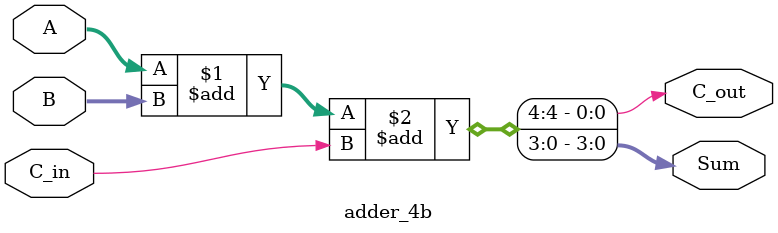
<source format=v>
module adder_4b (
  input [3:0] A, B,
  input C_in,
  output [3:0] Sum,
  output C_out
);

  assign {C_out, Sum} = A + B + C_in;

endmodule
</source>
